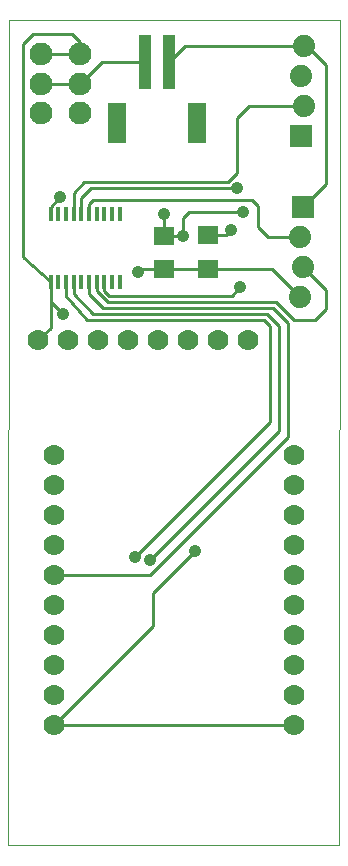
<source format=gtl>
G75*
%MOIN*%
%OFA0B0*%
%FSLAX25Y25*%
%IPPOS*%
%LPD*%
%AMOC8*
5,1,8,0,0,1.08239X$1,22.5*
%
%ADD10C,0.00000*%
%ADD11R,0.01181X0.04724*%
%ADD12C,0.07000*%
%ADD13R,0.07400X0.07400*%
%ADD14C,0.07400*%
%ADD15R,0.03937X0.18110*%
%ADD16R,0.06299X0.13386*%
%ADD17R,0.07087X0.06299*%
%ADD18R,0.07098X0.06299*%
%ADD19C,0.07600*%
%ADD20C,0.01000*%
%ADD21C,0.04165*%
D10*
X0005541Y0001089D02*
X0005871Y0276093D01*
X0115964Y0275991D01*
X0115904Y0001000D01*
X0005541Y0001089D01*
D11*
X0019645Y0188735D03*
X0022204Y0188735D03*
X0024763Y0188735D03*
X0027322Y0188735D03*
X0029881Y0188735D03*
X0032440Y0188735D03*
X0034999Y0188735D03*
X0037558Y0188735D03*
X0040117Y0188735D03*
X0042676Y0188735D03*
X0042676Y0211570D03*
X0040117Y0211570D03*
X0037558Y0211570D03*
X0034999Y0211570D03*
X0032440Y0211570D03*
X0029881Y0211570D03*
X0027322Y0211570D03*
X0024763Y0211570D03*
X0022204Y0211570D03*
X0019645Y0211570D03*
D12*
X0015604Y0169413D03*
X0025604Y0169413D03*
X0035604Y0169413D03*
X0045604Y0169413D03*
X0055604Y0169413D03*
X0065604Y0169413D03*
X0075604Y0169413D03*
X0085604Y0169413D03*
X0100717Y0131186D03*
X0100717Y0121186D03*
X0100717Y0111186D03*
X0100717Y0101186D03*
X0100717Y0091186D03*
X0100717Y0081186D03*
X0100717Y0071186D03*
X0100717Y0061186D03*
X0100717Y0051186D03*
X0100717Y0041186D03*
X0020841Y0041089D03*
X0020841Y0051089D03*
X0020841Y0061089D03*
X0020841Y0071089D03*
X0020841Y0081089D03*
X0020841Y0091089D03*
X0020841Y0101089D03*
X0020841Y0111089D03*
X0020841Y0121089D03*
X0020841Y0131089D03*
D13*
X0103163Y0237590D03*
X0103797Y0213819D03*
D14*
X0102797Y0203819D03*
X0103797Y0193819D03*
X0102797Y0183819D03*
X0104163Y0247590D03*
X0103163Y0257590D03*
X0104163Y0267590D03*
D15*
X0059014Y0262269D03*
X0051140Y0262269D03*
D16*
X0041691Y0241797D03*
X0068463Y0241797D03*
D17*
X0057327Y0204152D03*
X0057327Y0193129D03*
D18*
X0071948Y0193203D03*
X0071948Y0204400D03*
D19*
X0029496Y0245109D03*
X0029496Y0254952D03*
X0029496Y0264794D03*
X0016504Y0264794D03*
X0016504Y0254952D03*
X0016504Y0245109D03*
D20*
X0016504Y0254952D02*
X0029496Y0254952D01*
X0036814Y0262269D01*
X0051140Y0262269D01*
X0059014Y0262269D02*
X0064335Y0267590D01*
X0104163Y0267590D01*
X0104960Y0267590D01*
X0111460Y0261089D01*
X0111460Y0260708D01*
X0111452Y0260700D01*
X0111452Y0222089D01*
X0111452Y0221474D01*
X0103797Y0213819D01*
X0102797Y0203819D02*
X0092112Y0203819D01*
X0088841Y0207089D01*
X0088841Y0214089D01*
X0086841Y0216089D01*
X0033841Y0216089D01*
X0032440Y0214688D01*
X0032440Y0211570D01*
X0029881Y0211570D02*
X0029841Y0210610D01*
X0029841Y0216751D01*
X0033180Y0220089D01*
X0081841Y0220089D01*
X0078841Y0222089D02*
X0081841Y0225089D01*
X0081841Y0243590D01*
X0085841Y0247590D01*
X0085342Y0247590D01*
X0085841Y0247590D02*
X0104163Y0247590D01*
X0083841Y0212089D02*
X0065841Y0212089D01*
X0063841Y0210089D01*
X0063841Y0204089D01*
X0063778Y0204152D01*
X0057327Y0204152D01*
X0057327Y0211575D01*
X0057341Y0211589D01*
X0057327Y0193129D02*
X0049881Y0193129D01*
X0048841Y0192089D01*
X0057327Y0193129D02*
X0071874Y0193129D01*
X0071948Y0193203D01*
X0093413Y0193203D01*
X0102797Y0183819D01*
X0100841Y0176089D02*
X0107841Y0176089D01*
X0111443Y0179691D01*
X0111443Y0180089D01*
X0111443Y0186173D01*
X0103797Y0193819D01*
X0094841Y0182089D02*
X0100841Y0176089D01*
X0098841Y0175089D02*
X0098841Y0137089D01*
X0052841Y0091089D01*
X0020841Y0091089D01*
X0053841Y0074089D02*
X0020841Y0041089D01*
X0100620Y0041089D01*
X0100717Y0041186D01*
X0053841Y0085089D02*
X0067841Y0099089D01*
X0053841Y0085089D02*
X0053841Y0074089D01*
X0052841Y0095089D02*
X0052841Y0096089D01*
X0095841Y0139089D01*
X0095841Y0174089D01*
X0091841Y0178089D01*
X0035841Y0178089D01*
X0033841Y0178267D01*
X0027322Y0184786D01*
X0027322Y0188735D01*
X0024763Y0188735D02*
X0024763Y0184168D01*
X0031841Y0176089D01*
X0090841Y0176089D01*
X0092841Y0174089D01*
X0092841Y0142089D01*
X0047841Y0097089D01*
X0035604Y0169413D02*
X0035604Y0169852D01*
X0037137Y0180089D02*
X0032440Y0184786D01*
X0032440Y0188735D01*
X0034999Y0188735D02*
X0034999Y0185786D01*
X0038696Y0182089D01*
X0094841Y0182089D01*
X0093841Y0180089D02*
X0037137Y0180089D01*
X0039071Y0184273D02*
X0080025Y0184273D01*
X0082841Y0187089D01*
X0078152Y0204400D02*
X0071948Y0204400D01*
X0078152Y0204400D02*
X0079841Y0206089D01*
X0078841Y0222089D02*
X0030841Y0222089D01*
X0027322Y0218570D01*
X0027322Y0211570D01*
X0022841Y0217089D02*
X0019645Y0213893D01*
X0019645Y0211570D01*
X0010362Y0197019D02*
X0019645Y0188735D01*
X0019645Y0182285D01*
X0023841Y0178089D01*
X0019645Y0173454D02*
X0019645Y0188735D01*
X0019645Y0173454D02*
X0015604Y0169413D01*
X0010362Y0197019D02*
X0010362Y0268086D01*
X0013849Y0271574D01*
X0026839Y0271574D01*
X0029496Y0268917D01*
X0029496Y0264794D01*
X0016504Y0264794D01*
X0037558Y0188735D02*
X0037558Y0185786D01*
X0039071Y0184273D01*
X0093841Y0180089D02*
X0098841Y0175089D01*
D21*
X0083841Y0212089D03*
X0079841Y0206089D03*
X0081841Y0220089D03*
X0082841Y0187089D03*
X0063841Y0204089D03*
X0057341Y0211589D03*
X0048841Y0192089D03*
X0023841Y0178089D03*
X0022841Y0217089D03*
X0047841Y0097089D03*
X0052841Y0096089D03*
X0067841Y0099089D03*
M02*

</source>
